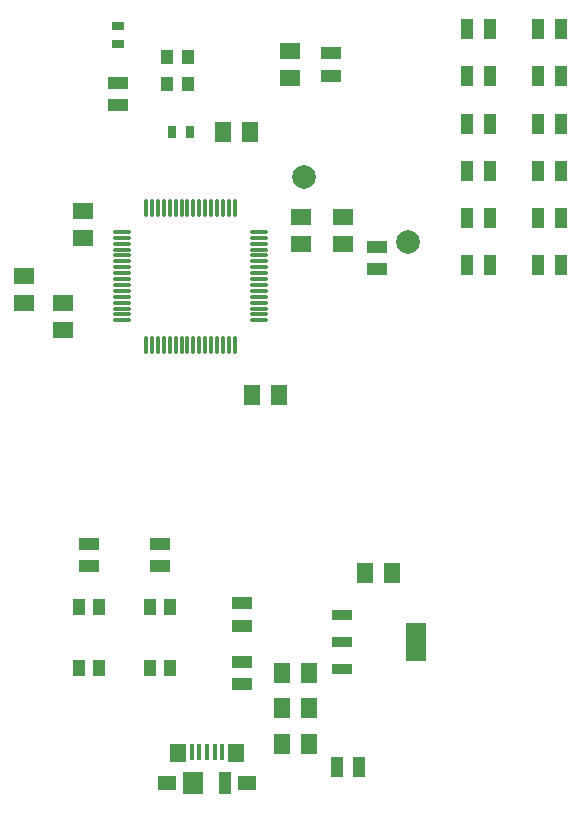
<source format=gbr>
%TF.GenerationSoftware,Altium Limited,Altium Designer,23.3.1 (30)*%
G04 Layer_Color=8421504*
%FSLAX45Y45*%
%MOMM*%
%TF.SameCoordinates,5468FEB5-A0EC-45A8-B7CF-D9D5DC2F6AF5*%
%TF.FilePolarity,Positive*%
%TF.FileFunction,Paste,Top*%
%TF.Part,Single*%
G01*
G75*
%TA.AperFunction,SMDPad,CuDef*%
%ADD10C,2.00000*%
%ADD11R,1.70000X1.00000*%
%ADD12R,1.05000X1.30000*%
G04:AMPARAMS|DCode=13|XSize=3.2mm|YSize=1.75mm|CornerRadius=0.0525mm|HoleSize=0mm|Usage=FLASHONLY|Rotation=90.000|XOffset=0mm|YOffset=0mm|HoleType=Round|Shape=RoundedRectangle|*
%AMROUNDEDRECTD13*
21,1,3.20000,1.64500,0,0,90.0*
21,1,3.09500,1.75000,0,0,90.0*
1,1,0.10500,0.82250,1.54750*
1,1,0.10500,0.82250,-1.54750*
1,1,0.10500,-0.82250,-1.54750*
1,1,0.10500,-0.82250,1.54750*
%
%ADD13ROUNDEDRECTD13*%
G04:AMPARAMS|DCode=14|XSize=0.9mm|YSize=1.75mm|CornerRadius=0.0495mm|HoleSize=0mm|Usage=FLASHONLY|Rotation=90.000|XOffset=0mm|YOffset=0mm|HoleType=Round|Shape=RoundedRectangle|*
%AMROUNDEDRECTD14*
21,1,0.90000,1.65100,0,0,90.0*
21,1,0.80100,1.75000,0,0,90.0*
1,1,0.09900,0.82550,0.40050*
1,1,0.09900,0.82550,-0.40050*
1,1,0.09900,-0.82550,-0.40050*
1,1,0.09900,-0.82550,0.40050*
%
%ADD14ROUNDEDRECTD14*%
%ADD15R,1.00000X1.45000*%
%ADD16R,1.00000X0.80000*%
%ADD17R,0.80000X1.00000*%
%ADD18R,1.00000X1.70000*%
%TA.AperFunction,ConnectorPad*%
%ADD19R,1.65000X1.30000*%
%ADD20R,1.80000X1.90000*%
%ADD21R,1.00000X1.90000*%
%ADD22R,1.42500X1.55000*%
%ADD23R,0.45000X1.38000*%
%TA.AperFunction,SMDPad,CuDef*%
%ADD24O,1.60000X0.30000*%
%ADD25O,0.30000X1.60000*%
%ADD26R,1.40000X1.70000*%
%ADD27R,1.70000X1.40000*%
D10*
X9869221Y8350227D02*
D03*
X10750222Y7799777D02*
D03*
D11*
X10100000Y9205001D02*
D03*
Y9394998D02*
D03*
X8650000Y5055001D02*
D03*
Y5244998D02*
D03*
X8050002Y5055001D02*
D03*
Y5244998D02*
D03*
X8299999Y8954999D02*
D03*
Y9145001D02*
D03*
X10487352Y7758496D02*
D03*
Y7568499D02*
D03*
X9349999Y4740001D02*
D03*
Y4549999D02*
D03*
Y4054998D02*
D03*
Y4245000D02*
D03*
D12*
X8712500Y9135000D02*
D03*
Y9365000D02*
D03*
X8887500D02*
D03*
Y9135000D02*
D03*
D13*
X10822500Y4410000D02*
D03*
D14*
X10197500Y4180000D02*
D03*
Y4410000D02*
D03*
Y4640000D02*
D03*
D15*
X8135000Y4192500D02*
D03*
X7965000D02*
D03*
X8135000Y4707500D02*
D03*
X7965000D02*
D03*
X8735000Y4192500D02*
D03*
X8565000D02*
D03*
X8735000Y4707500D02*
D03*
X8565000D02*
D03*
D16*
X8300000Y9625000D02*
D03*
Y9475000D02*
D03*
D17*
X8755000Y8730000D02*
D03*
X8905000D02*
D03*
D18*
X11445001Y7600000D02*
D03*
X11254999D02*
D03*
X11445001Y7999999D02*
D03*
X11254999D02*
D03*
X11445001Y8399998D02*
D03*
X11254999D02*
D03*
X11445001Y8799998D02*
D03*
X11254999D02*
D03*
X11445001Y9200002D02*
D03*
X11254999D02*
D03*
X11445001Y9600001D02*
D03*
X11254999D02*
D03*
X10150000Y3350002D02*
D03*
X10339997D02*
D03*
X12045000Y9600001D02*
D03*
X11854998D02*
D03*
X12045000Y9200002D02*
D03*
X11854998D02*
D03*
X12045000Y8799998D02*
D03*
X11854998D02*
D03*
X12045000Y8399998D02*
D03*
X11854998D02*
D03*
X12045001Y7999999D02*
D03*
X11854999D02*
D03*
X12045000Y7600000D02*
D03*
X11854998D02*
D03*
D19*
X8712498Y3214999D02*
D03*
X9387498D02*
D03*
D20*
X8935002D02*
D03*
D21*
X9204999D02*
D03*
D22*
X8801251Y3472500D02*
D03*
X9298751D02*
D03*
D23*
X8920001Y3480998D02*
D03*
X8985000D02*
D03*
X9049998D02*
D03*
X9115002D02*
D03*
X9180001D02*
D03*
D24*
X9489999Y7884998D02*
D03*
Y7835001D02*
D03*
Y7784998D02*
D03*
Y7735001D02*
D03*
Y7684999D02*
D03*
Y7635001D02*
D03*
Y7584999D02*
D03*
Y7535001D02*
D03*
Y7484999D02*
D03*
Y7435002D02*
D03*
Y7384999D02*
D03*
Y7335002D02*
D03*
Y7284999D02*
D03*
Y7235002D02*
D03*
Y7185000D02*
D03*
Y7135002D02*
D03*
X8330001D02*
D03*
Y7185000D02*
D03*
Y7235002D02*
D03*
Y7284999D02*
D03*
Y7335002D02*
D03*
Y7384999D02*
D03*
Y7435002D02*
D03*
Y7484999D02*
D03*
Y7535001D02*
D03*
Y7584999D02*
D03*
Y7635001D02*
D03*
Y7684999D02*
D03*
Y7735001D02*
D03*
Y7784998D02*
D03*
Y7835001D02*
D03*
Y7884998D02*
D03*
D25*
X9285000Y6929999D02*
D03*
X9234998D02*
D03*
X9185001D02*
D03*
X9134998D02*
D03*
X9085001D02*
D03*
X9034998D02*
D03*
X8985001D02*
D03*
X8934999D02*
D03*
X8885001D02*
D03*
X8834999D02*
D03*
X8785001D02*
D03*
X8734999D02*
D03*
X8685002D02*
D03*
X8634999D02*
D03*
X8585002D02*
D03*
X8534999D02*
D03*
Y8090002D02*
D03*
X8585002D02*
D03*
X8634999D02*
D03*
X8685002D02*
D03*
X8734999D02*
D03*
X8785001D02*
D03*
X8834999D02*
D03*
X8885001D02*
D03*
X8934999D02*
D03*
X8985001D02*
D03*
X9034998D02*
D03*
X9085001D02*
D03*
X9134998D02*
D03*
X9185001D02*
D03*
X9234998D02*
D03*
X9285000D02*
D03*
D26*
X9914300Y3550001D02*
D03*
X9685700D02*
D03*
X9418599Y8730000D02*
D03*
X9189999D02*
D03*
X9664299Y6500002D02*
D03*
X9435699D02*
D03*
X10614299Y5000000D02*
D03*
X10385699D02*
D03*
X9914301Y4149999D02*
D03*
X9685701D02*
D03*
X9914301Y3850000D02*
D03*
X9685701D02*
D03*
D27*
X7999999Y7835702D02*
D03*
Y8064302D02*
D03*
X9749998Y9185699D02*
D03*
Y9414299D02*
D03*
X7500000Y7514300D02*
D03*
Y7285700D02*
D03*
X10200000Y8014299D02*
D03*
Y7785699D02*
D03*
X9849998Y8014299D02*
D03*
Y7785699D02*
D03*
X7830002Y7055698D02*
D03*
Y7284298D02*
D03*
%TF.MD5,79f7266758c0fa052dbc25bed0751308*%
M02*

</source>
